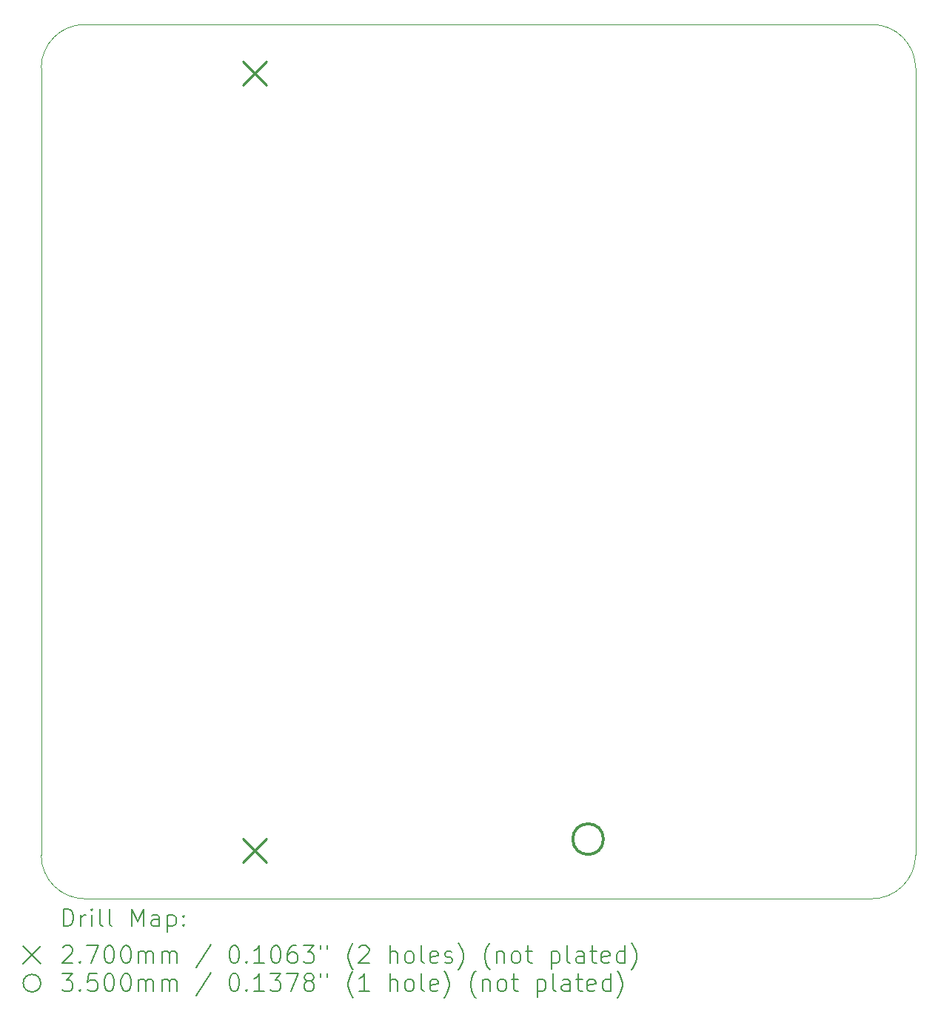
<source format=gbr>
%TF.GenerationSoftware,KiCad,Pcbnew,7.0.7*%
%TF.CreationDate,2023-11-18T21:36:43+01:00*%
%TF.ProjectId,Mod2Arinc,4d6f6432-4172-4696-9e63-2e6b69636164,rev?*%
%TF.SameCoordinates,Original*%
%TF.FileFunction,Drillmap*%
%TF.FilePolarity,Positive*%
%FSLAX45Y45*%
G04 Gerber Fmt 4.5, Leading zero omitted, Abs format (unit mm)*
G04 Created by KiCad (PCBNEW 7.0.7) date 2023-11-18 21:36:43*
%MOMM*%
%LPD*%
G01*
G04 APERTURE LIST*
%ADD10C,0.100000*%
%ADD11C,0.200000*%
%ADD12C,0.270000*%
%ADD13C,0.350000*%
G04 APERTURE END LIST*
D10*
X15000000Y-14500000D02*
G75*
G03*
X15500000Y-15000000I500000J0D01*
G01*
X15500000Y-5000000D02*
G75*
G03*
X15000000Y-5500000I0J-500000D01*
G01*
X15500000Y-5000000D02*
X24500000Y-5000000D01*
X24500000Y-15000000D02*
X15500000Y-15000000D01*
X15000000Y-14500000D02*
X15000000Y-5500000D01*
X24500000Y-15000000D02*
G75*
G03*
X25000000Y-14500000I0J500000D01*
G01*
X25000000Y-5500000D02*
G75*
G03*
X24500000Y-5000000I-500000J0D01*
G01*
X25000000Y-5500000D02*
X25000000Y-14500000D01*
D11*
D12*
X17307000Y-5420000D02*
X17577000Y-5690000D01*
X17577000Y-5420000D02*
X17307000Y-5690000D01*
X17307000Y-14310000D02*
X17577000Y-14580000D01*
X17577000Y-14310000D02*
X17307000Y-14580000D01*
D13*
X21430000Y-14318000D02*
G75*
G03*
X21430000Y-14318000I-175000J0D01*
G01*
D11*
X15255777Y-15316484D02*
X15255777Y-15116484D01*
X15255777Y-15116484D02*
X15303396Y-15116484D01*
X15303396Y-15116484D02*
X15331967Y-15126008D01*
X15331967Y-15126008D02*
X15351015Y-15145055D01*
X15351015Y-15145055D02*
X15360539Y-15164103D01*
X15360539Y-15164103D02*
X15370062Y-15202198D01*
X15370062Y-15202198D02*
X15370062Y-15230769D01*
X15370062Y-15230769D02*
X15360539Y-15268865D01*
X15360539Y-15268865D02*
X15351015Y-15287912D01*
X15351015Y-15287912D02*
X15331967Y-15306960D01*
X15331967Y-15306960D02*
X15303396Y-15316484D01*
X15303396Y-15316484D02*
X15255777Y-15316484D01*
X15455777Y-15316484D02*
X15455777Y-15183150D01*
X15455777Y-15221246D02*
X15465301Y-15202198D01*
X15465301Y-15202198D02*
X15474824Y-15192674D01*
X15474824Y-15192674D02*
X15493872Y-15183150D01*
X15493872Y-15183150D02*
X15512920Y-15183150D01*
X15579586Y-15316484D02*
X15579586Y-15183150D01*
X15579586Y-15116484D02*
X15570062Y-15126008D01*
X15570062Y-15126008D02*
X15579586Y-15135531D01*
X15579586Y-15135531D02*
X15589110Y-15126008D01*
X15589110Y-15126008D02*
X15579586Y-15116484D01*
X15579586Y-15116484D02*
X15579586Y-15135531D01*
X15703396Y-15316484D02*
X15684348Y-15306960D01*
X15684348Y-15306960D02*
X15674824Y-15287912D01*
X15674824Y-15287912D02*
X15674824Y-15116484D01*
X15808158Y-15316484D02*
X15789110Y-15306960D01*
X15789110Y-15306960D02*
X15779586Y-15287912D01*
X15779586Y-15287912D02*
X15779586Y-15116484D01*
X16036729Y-15316484D02*
X16036729Y-15116484D01*
X16036729Y-15116484D02*
X16103396Y-15259341D01*
X16103396Y-15259341D02*
X16170062Y-15116484D01*
X16170062Y-15116484D02*
X16170062Y-15316484D01*
X16351015Y-15316484D02*
X16351015Y-15211722D01*
X16351015Y-15211722D02*
X16341491Y-15192674D01*
X16341491Y-15192674D02*
X16322443Y-15183150D01*
X16322443Y-15183150D02*
X16284348Y-15183150D01*
X16284348Y-15183150D02*
X16265301Y-15192674D01*
X16351015Y-15306960D02*
X16331967Y-15316484D01*
X16331967Y-15316484D02*
X16284348Y-15316484D01*
X16284348Y-15316484D02*
X16265301Y-15306960D01*
X16265301Y-15306960D02*
X16255777Y-15287912D01*
X16255777Y-15287912D02*
X16255777Y-15268865D01*
X16255777Y-15268865D02*
X16265301Y-15249817D01*
X16265301Y-15249817D02*
X16284348Y-15240293D01*
X16284348Y-15240293D02*
X16331967Y-15240293D01*
X16331967Y-15240293D02*
X16351015Y-15230769D01*
X16446253Y-15183150D02*
X16446253Y-15383150D01*
X16446253Y-15192674D02*
X16465301Y-15183150D01*
X16465301Y-15183150D02*
X16503396Y-15183150D01*
X16503396Y-15183150D02*
X16522443Y-15192674D01*
X16522443Y-15192674D02*
X16531967Y-15202198D01*
X16531967Y-15202198D02*
X16541491Y-15221246D01*
X16541491Y-15221246D02*
X16541491Y-15278388D01*
X16541491Y-15278388D02*
X16531967Y-15297436D01*
X16531967Y-15297436D02*
X16522443Y-15306960D01*
X16522443Y-15306960D02*
X16503396Y-15316484D01*
X16503396Y-15316484D02*
X16465301Y-15316484D01*
X16465301Y-15316484D02*
X16446253Y-15306960D01*
X16627205Y-15297436D02*
X16636729Y-15306960D01*
X16636729Y-15306960D02*
X16627205Y-15316484D01*
X16627205Y-15316484D02*
X16617682Y-15306960D01*
X16617682Y-15306960D02*
X16627205Y-15297436D01*
X16627205Y-15297436D02*
X16627205Y-15316484D01*
X16627205Y-15192674D02*
X16636729Y-15202198D01*
X16636729Y-15202198D02*
X16627205Y-15211722D01*
X16627205Y-15211722D02*
X16617682Y-15202198D01*
X16617682Y-15202198D02*
X16627205Y-15192674D01*
X16627205Y-15192674D02*
X16627205Y-15211722D01*
X14795000Y-15545000D02*
X14995000Y-15745000D01*
X14995000Y-15545000D02*
X14795000Y-15745000D01*
X15246253Y-15555531D02*
X15255777Y-15546008D01*
X15255777Y-15546008D02*
X15274824Y-15536484D01*
X15274824Y-15536484D02*
X15322443Y-15536484D01*
X15322443Y-15536484D02*
X15341491Y-15546008D01*
X15341491Y-15546008D02*
X15351015Y-15555531D01*
X15351015Y-15555531D02*
X15360539Y-15574579D01*
X15360539Y-15574579D02*
X15360539Y-15593627D01*
X15360539Y-15593627D02*
X15351015Y-15622198D01*
X15351015Y-15622198D02*
X15236729Y-15736484D01*
X15236729Y-15736484D02*
X15360539Y-15736484D01*
X15446253Y-15717436D02*
X15455777Y-15726960D01*
X15455777Y-15726960D02*
X15446253Y-15736484D01*
X15446253Y-15736484D02*
X15436729Y-15726960D01*
X15436729Y-15726960D02*
X15446253Y-15717436D01*
X15446253Y-15717436D02*
X15446253Y-15736484D01*
X15522443Y-15536484D02*
X15655777Y-15536484D01*
X15655777Y-15536484D02*
X15570062Y-15736484D01*
X15770062Y-15536484D02*
X15789110Y-15536484D01*
X15789110Y-15536484D02*
X15808158Y-15546008D01*
X15808158Y-15546008D02*
X15817682Y-15555531D01*
X15817682Y-15555531D02*
X15827205Y-15574579D01*
X15827205Y-15574579D02*
X15836729Y-15612674D01*
X15836729Y-15612674D02*
X15836729Y-15660293D01*
X15836729Y-15660293D02*
X15827205Y-15698388D01*
X15827205Y-15698388D02*
X15817682Y-15717436D01*
X15817682Y-15717436D02*
X15808158Y-15726960D01*
X15808158Y-15726960D02*
X15789110Y-15736484D01*
X15789110Y-15736484D02*
X15770062Y-15736484D01*
X15770062Y-15736484D02*
X15751015Y-15726960D01*
X15751015Y-15726960D02*
X15741491Y-15717436D01*
X15741491Y-15717436D02*
X15731967Y-15698388D01*
X15731967Y-15698388D02*
X15722443Y-15660293D01*
X15722443Y-15660293D02*
X15722443Y-15612674D01*
X15722443Y-15612674D02*
X15731967Y-15574579D01*
X15731967Y-15574579D02*
X15741491Y-15555531D01*
X15741491Y-15555531D02*
X15751015Y-15546008D01*
X15751015Y-15546008D02*
X15770062Y-15536484D01*
X15960539Y-15536484D02*
X15979586Y-15536484D01*
X15979586Y-15536484D02*
X15998634Y-15546008D01*
X15998634Y-15546008D02*
X16008158Y-15555531D01*
X16008158Y-15555531D02*
X16017682Y-15574579D01*
X16017682Y-15574579D02*
X16027205Y-15612674D01*
X16027205Y-15612674D02*
X16027205Y-15660293D01*
X16027205Y-15660293D02*
X16017682Y-15698388D01*
X16017682Y-15698388D02*
X16008158Y-15717436D01*
X16008158Y-15717436D02*
X15998634Y-15726960D01*
X15998634Y-15726960D02*
X15979586Y-15736484D01*
X15979586Y-15736484D02*
X15960539Y-15736484D01*
X15960539Y-15736484D02*
X15941491Y-15726960D01*
X15941491Y-15726960D02*
X15931967Y-15717436D01*
X15931967Y-15717436D02*
X15922443Y-15698388D01*
X15922443Y-15698388D02*
X15912920Y-15660293D01*
X15912920Y-15660293D02*
X15912920Y-15612674D01*
X15912920Y-15612674D02*
X15922443Y-15574579D01*
X15922443Y-15574579D02*
X15931967Y-15555531D01*
X15931967Y-15555531D02*
X15941491Y-15546008D01*
X15941491Y-15546008D02*
X15960539Y-15536484D01*
X16112920Y-15736484D02*
X16112920Y-15603150D01*
X16112920Y-15622198D02*
X16122443Y-15612674D01*
X16122443Y-15612674D02*
X16141491Y-15603150D01*
X16141491Y-15603150D02*
X16170063Y-15603150D01*
X16170063Y-15603150D02*
X16189110Y-15612674D01*
X16189110Y-15612674D02*
X16198634Y-15631722D01*
X16198634Y-15631722D02*
X16198634Y-15736484D01*
X16198634Y-15631722D02*
X16208158Y-15612674D01*
X16208158Y-15612674D02*
X16227205Y-15603150D01*
X16227205Y-15603150D02*
X16255777Y-15603150D01*
X16255777Y-15603150D02*
X16274824Y-15612674D01*
X16274824Y-15612674D02*
X16284348Y-15631722D01*
X16284348Y-15631722D02*
X16284348Y-15736484D01*
X16379586Y-15736484D02*
X16379586Y-15603150D01*
X16379586Y-15622198D02*
X16389110Y-15612674D01*
X16389110Y-15612674D02*
X16408158Y-15603150D01*
X16408158Y-15603150D02*
X16436729Y-15603150D01*
X16436729Y-15603150D02*
X16455777Y-15612674D01*
X16455777Y-15612674D02*
X16465301Y-15631722D01*
X16465301Y-15631722D02*
X16465301Y-15736484D01*
X16465301Y-15631722D02*
X16474824Y-15612674D01*
X16474824Y-15612674D02*
X16493872Y-15603150D01*
X16493872Y-15603150D02*
X16522443Y-15603150D01*
X16522443Y-15603150D02*
X16541491Y-15612674D01*
X16541491Y-15612674D02*
X16551015Y-15631722D01*
X16551015Y-15631722D02*
X16551015Y-15736484D01*
X16941491Y-15526960D02*
X16770063Y-15784103D01*
X17198634Y-15536484D02*
X17217682Y-15536484D01*
X17217682Y-15536484D02*
X17236729Y-15546008D01*
X17236729Y-15546008D02*
X17246253Y-15555531D01*
X17246253Y-15555531D02*
X17255777Y-15574579D01*
X17255777Y-15574579D02*
X17265301Y-15612674D01*
X17265301Y-15612674D02*
X17265301Y-15660293D01*
X17265301Y-15660293D02*
X17255777Y-15698388D01*
X17255777Y-15698388D02*
X17246253Y-15717436D01*
X17246253Y-15717436D02*
X17236729Y-15726960D01*
X17236729Y-15726960D02*
X17217682Y-15736484D01*
X17217682Y-15736484D02*
X17198634Y-15736484D01*
X17198634Y-15736484D02*
X17179587Y-15726960D01*
X17179587Y-15726960D02*
X17170063Y-15717436D01*
X17170063Y-15717436D02*
X17160539Y-15698388D01*
X17160539Y-15698388D02*
X17151015Y-15660293D01*
X17151015Y-15660293D02*
X17151015Y-15612674D01*
X17151015Y-15612674D02*
X17160539Y-15574579D01*
X17160539Y-15574579D02*
X17170063Y-15555531D01*
X17170063Y-15555531D02*
X17179587Y-15546008D01*
X17179587Y-15546008D02*
X17198634Y-15536484D01*
X17351015Y-15717436D02*
X17360539Y-15726960D01*
X17360539Y-15726960D02*
X17351015Y-15736484D01*
X17351015Y-15736484D02*
X17341491Y-15726960D01*
X17341491Y-15726960D02*
X17351015Y-15717436D01*
X17351015Y-15717436D02*
X17351015Y-15736484D01*
X17551015Y-15736484D02*
X17436729Y-15736484D01*
X17493872Y-15736484D02*
X17493872Y-15536484D01*
X17493872Y-15536484D02*
X17474825Y-15565055D01*
X17474825Y-15565055D02*
X17455777Y-15584103D01*
X17455777Y-15584103D02*
X17436729Y-15593627D01*
X17674825Y-15536484D02*
X17693872Y-15536484D01*
X17693872Y-15536484D02*
X17712920Y-15546008D01*
X17712920Y-15546008D02*
X17722444Y-15555531D01*
X17722444Y-15555531D02*
X17731968Y-15574579D01*
X17731968Y-15574579D02*
X17741491Y-15612674D01*
X17741491Y-15612674D02*
X17741491Y-15660293D01*
X17741491Y-15660293D02*
X17731968Y-15698388D01*
X17731968Y-15698388D02*
X17722444Y-15717436D01*
X17722444Y-15717436D02*
X17712920Y-15726960D01*
X17712920Y-15726960D02*
X17693872Y-15736484D01*
X17693872Y-15736484D02*
X17674825Y-15736484D01*
X17674825Y-15736484D02*
X17655777Y-15726960D01*
X17655777Y-15726960D02*
X17646253Y-15717436D01*
X17646253Y-15717436D02*
X17636729Y-15698388D01*
X17636729Y-15698388D02*
X17627206Y-15660293D01*
X17627206Y-15660293D02*
X17627206Y-15612674D01*
X17627206Y-15612674D02*
X17636729Y-15574579D01*
X17636729Y-15574579D02*
X17646253Y-15555531D01*
X17646253Y-15555531D02*
X17655777Y-15546008D01*
X17655777Y-15546008D02*
X17674825Y-15536484D01*
X17912920Y-15536484D02*
X17874825Y-15536484D01*
X17874825Y-15536484D02*
X17855777Y-15546008D01*
X17855777Y-15546008D02*
X17846253Y-15555531D01*
X17846253Y-15555531D02*
X17827206Y-15584103D01*
X17827206Y-15584103D02*
X17817682Y-15622198D01*
X17817682Y-15622198D02*
X17817682Y-15698388D01*
X17817682Y-15698388D02*
X17827206Y-15717436D01*
X17827206Y-15717436D02*
X17836729Y-15726960D01*
X17836729Y-15726960D02*
X17855777Y-15736484D01*
X17855777Y-15736484D02*
X17893872Y-15736484D01*
X17893872Y-15736484D02*
X17912920Y-15726960D01*
X17912920Y-15726960D02*
X17922444Y-15717436D01*
X17922444Y-15717436D02*
X17931968Y-15698388D01*
X17931968Y-15698388D02*
X17931968Y-15650769D01*
X17931968Y-15650769D02*
X17922444Y-15631722D01*
X17922444Y-15631722D02*
X17912920Y-15622198D01*
X17912920Y-15622198D02*
X17893872Y-15612674D01*
X17893872Y-15612674D02*
X17855777Y-15612674D01*
X17855777Y-15612674D02*
X17836729Y-15622198D01*
X17836729Y-15622198D02*
X17827206Y-15631722D01*
X17827206Y-15631722D02*
X17817682Y-15650769D01*
X17998634Y-15536484D02*
X18122444Y-15536484D01*
X18122444Y-15536484D02*
X18055777Y-15612674D01*
X18055777Y-15612674D02*
X18084349Y-15612674D01*
X18084349Y-15612674D02*
X18103396Y-15622198D01*
X18103396Y-15622198D02*
X18112920Y-15631722D01*
X18112920Y-15631722D02*
X18122444Y-15650769D01*
X18122444Y-15650769D02*
X18122444Y-15698388D01*
X18122444Y-15698388D02*
X18112920Y-15717436D01*
X18112920Y-15717436D02*
X18103396Y-15726960D01*
X18103396Y-15726960D02*
X18084349Y-15736484D01*
X18084349Y-15736484D02*
X18027206Y-15736484D01*
X18027206Y-15736484D02*
X18008158Y-15726960D01*
X18008158Y-15726960D02*
X17998634Y-15717436D01*
X18198634Y-15536484D02*
X18198634Y-15574579D01*
X18274825Y-15536484D02*
X18274825Y-15574579D01*
X18570063Y-15812674D02*
X18560539Y-15803150D01*
X18560539Y-15803150D02*
X18541491Y-15774579D01*
X18541491Y-15774579D02*
X18531968Y-15755531D01*
X18531968Y-15755531D02*
X18522444Y-15726960D01*
X18522444Y-15726960D02*
X18512920Y-15679341D01*
X18512920Y-15679341D02*
X18512920Y-15641246D01*
X18512920Y-15641246D02*
X18522444Y-15593627D01*
X18522444Y-15593627D02*
X18531968Y-15565055D01*
X18531968Y-15565055D02*
X18541491Y-15546008D01*
X18541491Y-15546008D02*
X18560539Y-15517436D01*
X18560539Y-15517436D02*
X18570063Y-15507912D01*
X18636730Y-15555531D02*
X18646253Y-15546008D01*
X18646253Y-15546008D02*
X18665301Y-15536484D01*
X18665301Y-15536484D02*
X18712920Y-15536484D01*
X18712920Y-15536484D02*
X18731968Y-15546008D01*
X18731968Y-15546008D02*
X18741491Y-15555531D01*
X18741491Y-15555531D02*
X18751015Y-15574579D01*
X18751015Y-15574579D02*
X18751015Y-15593627D01*
X18751015Y-15593627D02*
X18741491Y-15622198D01*
X18741491Y-15622198D02*
X18627206Y-15736484D01*
X18627206Y-15736484D02*
X18751015Y-15736484D01*
X18989111Y-15736484D02*
X18989111Y-15536484D01*
X19074825Y-15736484D02*
X19074825Y-15631722D01*
X19074825Y-15631722D02*
X19065301Y-15612674D01*
X19065301Y-15612674D02*
X19046253Y-15603150D01*
X19046253Y-15603150D02*
X19017682Y-15603150D01*
X19017682Y-15603150D02*
X18998634Y-15612674D01*
X18998634Y-15612674D02*
X18989111Y-15622198D01*
X19198634Y-15736484D02*
X19179587Y-15726960D01*
X19179587Y-15726960D02*
X19170063Y-15717436D01*
X19170063Y-15717436D02*
X19160539Y-15698388D01*
X19160539Y-15698388D02*
X19160539Y-15641246D01*
X19160539Y-15641246D02*
X19170063Y-15622198D01*
X19170063Y-15622198D02*
X19179587Y-15612674D01*
X19179587Y-15612674D02*
X19198634Y-15603150D01*
X19198634Y-15603150D02*
X19227206Y-15603150D01*
X19227206Y-15603150D02*
X19246253Y-15612674D01*
X19246253Y-15612674D02*
X19255777Y-15622198D01*
X19255777Y-15622198D02*
X19265301Y-15641246D01*
X19265301Y-15641246D02*
X19265301Y-15698388D01*
X19265301Y-15698388D02*
X19255777Y-15717436D01*
X19255777Y-15717436D02*
X19246253Y-15726960D01*
X19246253Y-15726960D02*
X19227206Y-15736484D01*
X19227206Y-15736484D02*
X19198634Y-15736484D01*
X19379587Y-15736484D02*
X19360539Y-15726960D01*
X19360539Y-15726960D02*
X19351015Y-15707912D01*
X19351015Y-15707912D02*
X19351015Y-15536484D01*
X19531968Y-15726960D02*
X19512920Y-15736484D01*
X19512920Y-15736484D02*
X19474825Y-15736484D01*
X19474825Y-15736484D02*
X19455777Y-15726960D01*
X19455777Y-15726960D02*
X19446253Y-15707912D01*
X19446253Y-15707912D02*
X19446253Y-15631722D01*
X19446253Y-15631722D02*
X19455777Y-15612674D01*
X19455777Y-15612674D02*
X19474825Y-15603150D01*
X19474825Y-15603150D02*
X19512920Y-15603150D01*
X19512920Y-15603150D02*
X19531968Y-15612674D01*
X19531968Y-15612674D02*
X19541492Y-15631722D01*
X19541492Y-15631722D02*
X19541492Y-15650769D01*
X19541492Y-15650769D02*
X19446253Y-15669817D01*
X19617682Y-15726960D02*
X19636730Y-15736484D01*
X19636730Y-15736484D02*
X19674825Y-15736484D01*
X19674825Y-15736484D02*
X19693873Y-15726960D01*
X19693873Y-15726960D02*
X19703396Y-15707912D01*
X19703396Y-15707912D02*
X19703396Y-15698388D01*
X19703396Y-15698388D02*
X19693873Y-15679341D01*
X19693873Y-15679341D02*
X19674825Y-15669817D01*
X19674825Y-15669817D02*
X19646253Y-15669817D01*
X19646253Y-15669817D02*
X19627206Y-15660293D01*
X19627206Y-15660293D02*
X19617682Y-15641246D01*
X19617682Y-15641246D02*
X19617682Y-15631722D01*
X19617682Y-15631722D02*
X19627206Y-15612674D01*
X19627206Y-15612674D02*
X19646253Y-15603150D01*
X19646253Y-15603150D02*
X19674825Y-15603150D01*
X19674825Y-15603150D02*
X19693873Y-15612674D01*
X19770063Y-15812674D02*
X19779587Y-15803150D01*
X19779587Y-15803150D02*
X19798634Y-15774579D01*
X19798634Y-15774579D02*
X19808158Y-15755531D01*
X19808158Y-15755531D02*
X19817682Y-15726960D01*
X19817682Y-15726960D02*
X19827206Y-15679341D01*
X19827206Y-15679341D02*
X19827206Y-15641246D01*
X19827206Y-15641246D02*
X19817682Y-15593627D01*
X19817682Y-15593627D02*
X19808158Y-15565055D01*
X19808158Y-15565055D02*
X19798634Y-15546008D01*
X19798634Y-15546008D02*
X19779587Y-15517436D01*
X19779587Y-15517436D02*
X19770063Y-15507912D01*
X20131968Y-15812674D02*
X20122444Y-15803150D01*
X20122444Y-15803150D02*
X20103396Y-15774579D01*
X20103396Y-15774579D02*
X20093873Y-15755531D01*
X20093873Y-15755531D02*
X20084349Y-15726960D01*
X20084349Y-15726960D02*
X20074825Y-15679341D01*
X20074825Y-15679341D02*
X20074825Y-15641246D01*
X20074825Y-15641246D02*
X20084349Y-15593627D01*
X20084349Y-15593627D02*
X20093873Y-15565055D01*
X20093873Y-15565055D02*
X20103396Y-15546008D01*
X20103396Y-15546008D02*
X20122444Y-15517436D01*
X20122444Y-15517436D02*
X20131968Y-15507912D01*
X20208158Y-15603150D02*
X20208158Y-15736484D01*
X20208158Y-15622198D02*
X20217682Y-15612674D01*
X20217682Y-15612674D02*
X20236730Y-15603150D01*
X20236730Y-15603150D02*
X20265301Y-15603150D01*
X20265301Y-15603150D02*
X20284349Y-15612674D01*
X20284349Y-15612674D02*
X20293873Y-15631722D01*
X20293873Y-15631722D02*
X20293873Y-15736484D01*
X20417682Y-15736484D02*
X20398634Y-15726960D01*
X20398634Y-15726960D02*
X20389111Y-15717436D01*
X20389111Y-15717436D02*
X20379587Y-15698388D01*
X20379587Y-15698388D02*
X20379587Y-15641246D01*
X20379587Y-15641246D02*
X20389111Y-15622198D01*
X20389111Y-15622198D02*
X20398634Y-15612674D01*
X20398634Y-15612674D02*
X20417682Y-15603150D01*
X20417682Y-15603150D02*
X20446254Y-15603150D01*
X20446254Y-15603150D02*
X20465301Y-15612674D01*
X20465301Y-15612674D02*
X20474825Y-15622198D01*
X20474825Y-15622198D02*
X20484349Y-15641246D01*
X20484349Y-15641246D02*
X20484349Y-15698388D01*
X20484349Y-15698388D02*
X20474825Y-15717436D01*
X20474825Y-15717436D02*
X20465301Y-15726960D01*
X20465301Y-15726960D02*
X20446254Y-15736484D01*
X20446254Y-15736484D02*
X20417682Y-15736484D01*
X20541492Y-15603150D02*
X20617682Y-15603150D01*
X20570063Y-15536484D02*
X20570063Y-15707912D01*
X20570063Y-15707912D02*
X20579587Y-15726960D01*
X20579587Y-15726960D02*
X20598634Y-15736484D01*
X20598634Y-15736484D02*
X20617682Y-15736484D01*
X20836730Y-15603150D02*
X20836730Y-15803150D01*
X20836730Y-15612674D02*
X20855777Y-15603150D01*
X20855777Y-15603150D02*
X20893873Y-15603150D01*
X20893873Y-15603150D02*
X20912920Y-15612674D01*
X20912920Y-15612674D02*
X20922444Y-15622198D01*
X20922444Y-15622198D02*
X20931968Y-15641246D01*
X20931968Y-15641246D02*
X20931968Y-15698388D01*
X20931968Y-15698388D02*
X20922444Y-15717436D01*
X20922444Y-15717436D02*
X20912920Y-15726960D01*
X20912920Y-15726960D02*
X20893873Y-15736484D01*
X20893873Y-15736484D02*
X20855777Y-15736484D01*
X20855777Y-15736484D02*
X20836730Y-15726960D01*
X21046254Y-15736484D02*
X21027206Y-15726960D01*
X21027206Y-15726960D02*
X21017682Y-15707912D01*
X21017682Y-15707912D02*
X21017682Y-15536484D01*
X21208158Y-15736484D02*
X21208158Y-15631722D01*
X21208158Y-15631722D02*
X21198635Y-15612674D01*
X21198635Y-15612674D02*
X21179587Y-15603150D01*
X21179587Y-15603150D02*
X21141492Y-15603150D01*
X21141492Y-15603150D02*
X21122444Y-15612674D01*
X21208158Y-15726960D02*
X21189111Y-15736484D01*
X21189111Y-15736484D02*
X21141492Y-15736484D01*
X21141492Y-15736484D02*
X21122444Y-15726960D01*
X21122444Y-15726960D02*
X21112920Y-15707912D01*
X21112920Y-15707912D02*
X21112920Y-15688865D01*
X21112920Y-15688865D02*
X21122444Y-15669817D01*
X21122444Y-15669817D02*
X21141492Y-15660293D01*
X21141492Y-15660293D02*
X21189111Y-15660293D01*
X21189111Y-15660293D02*
X21208158Y-15650769D01*
X21274825Y-15603150D02*
X21351015Y-15603150D01*
X21303396Y-15536484D02*
X21303396Y-15707912D01*
X21303396Y-15707912D02*
X21312920Y-15726960D01*
X21312920Y-15726960D02*
X21331968Y-15736484D01*
X21331968Y-15736484D02*
X21351015Y-15736484D01*
X21493873Y-15726960D02*
X21474825Y-15736484D01*
X21474825Y-15736484D02*
X21436730Y-15736484D01*
X21436730Y-15736484D02*
X21417682Y-15726960D01*
X21417682Y-15726960D02*
X21408158Y-15707912D01*
X21408158Y-15707912D02*
X21408158Y-15631722D01*
X21408158Y-15631722D02*
X21417682Y-15612674D01*
X21417682Y-15612674D02*
X21436730Y-15603150D01*
X21436730Y-15603150D02*
X21474825Y-15603150D01*
X21474825Y-15603150D02*
X21493873Y-15612674D01*
X21493873Y-15612674D02*
X21503396Y-15631722D01*
X21503396Y-15631722D02*
X21503396Y-15650769D01*
X21503396Y-15650769D02*
X21408158Y-15669817D01*
X21674825Y-15736484D02*
X21674825Y-15536484D01*
X21674825Y-15726960D02*
X21655777Y-15736484D01*
X21655777Y-15736484D02*
X21617682Y-15736484D01*
X21617682Y-15736484D02*
X21598635Y-15726960D01*
X21598635Y-15726960D02*
X21589111Y-15717436D01*
X21589111Y-15717436D02*
X21579587Y-15698388D01*
X21579587Y-15698388D02*
X21579587Y-15641246D01*
X21579587Y-15641246D02*
X21589111Y-15622198D01*
X21589111Y-15622198D02*
X21598635Y-15612674D01*
X21598635Y-15612674D02*
X21617682Y-15603150D01*
X21617682Y-15603150D02*
X21655777Y-15603150D01*
X21655777Y-15603150D02*
X21674825Y-15612674D01*
X21751016Y-15812674D02*
X21760539Y-15803150D01*
X21760539Y-15803150D02*
X21779587Y-15774579D01*
X21779587Y-15774579D02*
X21789111Y-15755531D01*
X21789111Y-15755531D02*
X21798635Y-15726960D01*
X21798635Y-15726960D02*
X21808158Y-15679341D01*
X21808158Y-15679341D02*
X21808158Y-15641246D01*
X21808158Y-15641246D02*
X21798635Y-15593627D01*
X21798635Y-15593627D02*
X21789111Y-15565055D01*
X21789111Y-15565055D02*
X21779587Y-15546008D01*
X21779587Y-15546008D02*
X21760539Y-15517436D01*
X21760539Y-15517436D02*
X21751016Y-15507912D01*
X14995000Y-15965000D02*
G75*
G03*
X14995000Y-15965000I-100000J0D01*
G01*
X15236729Y-15856484D02*
X15360539Y-15856484D01*
X15360539Y-15856484D02*
X15293872Y-15932674D01*
X15293872Y-15932674D02*
X15322443Y-15932674D01*
X15322443Y-15932674D02*
X15341491Y-15942198D01*
X15341491Y-15942198D02*
X15351015Y-15951722D01*
X15351015Y-15951722D02*
X15360539Y-15970769D01*
X15360539Y-15970769D02*
X15360539Y-16018388D01*
X15360539Y-16018388D02*
X15351015Y-16037436D01*
X15351015Y-16037436D02*
X15341491Y-16046960D01*
X15341491Y-16046960D02*
X15322443Y-16056484D01*
X15322443Y-16056484D02*
X15265301Y-16056484D01*
X15265301Y-16056484D02*
X15246253Y-16046960D01*
X15246253Y-16046960D02*
X15236729Y-16037436D01*
X15446253Y-16037436D02*
X15455777Y-16046960D01*
X15455777Y-16046960D02*
X15446253Y-16056484D01*
X15446253Y-16056484D02*
X15436729Y-16046960D01*
X15436729Y-16046960D02*
X15446253Y-16037436D01*
X15446253Y-16037436D02*
X15446253Y-16056484D01*
X15636729Y-15856484D02*
X15541491Y-15856484D01*
X15541491Y-15856484D02*
X15531967Y-15951722D01*
X15531967Y-15951722D02*
X15541491Y-15942198D01*
X15541491Y-15942198D02*
X15560539Y-15932674D01*
X15560539Y-15932674D02*
X15608158Y-15932674D01*
X15608158Y-15932674D02*
X15627205Y-15942198D01*
X15627205Y-15942198D02*
X15636729Y-15951722D01*
X15636729Y-15951722D02*
X15646253Y-15970769D01*
X15646253Y-15970769D02*
X15646253Y-16018388D01*
X15646253Y-16018388D02*
X15636729Y-16037436D01*
X15636729Y-16037436D02*
X15627205Y-16046960D01*
X15627205Y-16046960D02*
X15608158Y-16056484D01*
X15608158Y-16056484D02*
X15560539Y-16056484D01*
X15560539Y-16056484D02*
X15541491Y-16046960D01*
X15541491Y-16046960D02*
X15531967Y-16037436D01*
X15770062Y-15856484D02*
X15789110Y-15856484D01*
X15789110Y-15856484D02*
X15808158Y-15866008D01*
X15808158Y-15866008D02*
X15817682Y-15875531D01*
X15817682Y-15875531D02*
X15827205Y-15894579D01*
X15827205Y-15894579D02*
X15836729Y-15932674D01*
X15836729Y-15932674D02*
X15836729Y-15980293D01*
X15836729Y-15980293D02*
X15827205Y-16018388D01*
X15827205Y-16018388D02*
X15817682Y-16037436D01*
X15817682Y-16037436D02*
X15808158Y-16046960D01*
X15808158Y-16046960D02*
X15789110Y-16056484D01*
X15789110Y-16056484D02*
X15770062Y-16056484D01*
X15770062Y-16056484D02*
X15751015Y-16046960D01*
X15751015Y-16046960D02*
X15741491Y-16037436D01*
X15741491Y-16037436D02*
X15731967Y-16018388D01*
X15731967Y-16018388D02*
X15722443Y-15980293D01*
X15722443Y-15980293D02*
X15722443Y-15932674D01*
X15722443Y-15932674D02*
X15731967Y-15894579D01*
X15731967Y-15894579D02*
X15741491Y-15875531D01*
X15741491Y-15875531D02*
X15751015Y-15866008D01*
X15751015Y-15866008D02*
X15770062Y-15856484D01*
X15960539Y-15856484D02*
X15979586Y-15856484D01*
X15979586Y-15856484D02*
X15998634Y-15866008D01*
X15998634Y-15866008D02*
X16008158Y-15875531D01*
X16008158Y-15875531D02*
X16017682Y-15894579D01*
X16017682Y-15894579D02*
X16027205Y-15932674D01*
X16027205Y-15932674D02*
X16027205Y-15980293D01*
X16027205Y-15980293D02*
X16017682Y-16018388D01*
X16017682Y-16018388D02*
X16008158Y-16037436D01*
X16008158Y-16037436D02*
X15998634Y-16046960D01*
X15998634Y-16046960D02*
X15979586Y-16056484D01*
X15979586Y-16056484D02*
X15960539Y-16056484D01*
X15960539Y-16056484D02*
X15941491Y-16046960D01*
X15941491Y-16046960D02*
X15931967Y-16037436D01*
X15931967Y-16037436D02*
X15922443Y-16018388D01*
X15922443Y-16018388D02*
X15912920Y-15980293D01*
X15912920Y-15980293D02*
X15912920Y-15932674D01*
X15912920Y-15932674D02*
X15922443Y-15894579D01*
X15922443Y-15894579D02*
X15931967Y-15875531D01*
X15931967Y-15875531D02*
X15941491Y-15866008D01*
X15941491Y-15866008D02*
X15960539Y-15856484D01*
X16112920Y-16056484D02*
X16112920Y-15923150D01*
X16112920Y-15942198D02*
X16122443Y-15932674D01*
X16122443Y-15932674D02*
X16141491Y-15923150D01*
X16141491Y-15923150D02*
X16170063Y-15923150D01*
X16170063Y-15923150D02*
X16189110Y-15932674D01*
X16189110Y-15932674D02*
X16198634Y-15951722D01*
X16198634Y-15951722D02*
X16198634Y-16056484D01*
X16198634Y-15951722D02*
X16208158Y-15932674D01*
X16208158Y-15932674D02*
X16227205Y-15923150D01*
X16227205Y-15923150D02*
X16255777Y-15923150D01*
X16255777Y-15923150D02*
X16274824Y-15932674D01*
X16274824Y-15932674D02*
X16284348Y-15951722D01*
X16284348Y-15951722D02*
X16284348Y-16056484D01*
X16379586Y-16056484D02*
X16379586Y-15923150D01*
X16379586Y-15942198D02*
X16389110Y-15932674D01*
X16389110Y-15932674D02*
X16408158Y-15923150D01*
X16408158Y-15923150D02*
X16436729Y-15923150D01*
X16436729Y-15923150D02*
X16455777Y-15932674D01*
X16455777Y-15932674D02*
X16465301Y-15951722D01*
X16465301Y-15951722D02*
X16465301Y-16056484D01*
X16465301Y-15951722D02*
X16474824Y-15932674D01*
X16474824Y-15932674D02*
X16493872Y-15923150D01*
X16493872Y-15923150D02*
X16522443Y-15923150D01*
X16522443Y-15923150D02*
X16541491Y-15932674D01*
X16541491Y-15932674D02*
X16551015Y-15951722D01*
X16551015Y-15951722D02*
X16551015Y-16056484D01*
X16941491Y-15846960D02*
X16770063Y-16104103D01*
X17198634Y-15856484D02*
X17217682Y-15856484D01*
X17217682Y-15856484D02*
X17236729Y-15866008D01*
X17236729Y-15866008D02*
X17246253Y-15875531D01*
X17246253Y-15875531D02*
X17255777Y-15894579D01*
X17255777Y-15894579D02*
X17265301Y-15932674D01*
X17265301Y-15932674D02*
X17265301Y-15980293D01*
X17265301Y-15980293D02*
X17255777Y-16018388D01*
X17255777Y-16018388D02*
X17246253Y-16037436D01*
X17246253Y-16037436D02*
X17236729Y-16046960D01*
X17236729Y-16046960D02*
X17217682Y-16056484D01*
X17217682Y-16056484D02*
X17198634Y-16056484D01*
X17198634Y-16056484D02*
X17179587Y-16046960D01*
X17179587Y-16046960D02*
X17170063Y-16037436D01*
X17170063Y-16037436D02*
X17160539Y-16018388D01*
X17160539Y-16018388D02*
X17151015Y-15980293D01*
X17151015Y-15980293D02*
X17151015Y-15932674D01*
X17151015Y-15932674D02*
X17160539Y-15894579D01*
X17160539Y-15894579D02*
X17170063Y-15875531D01*
X17170063Y-15875531D02*
X17179587Y-15866008D01*
X17179587Y-15866008D02*
X17198634Y-15856484D01*
X17351015Y-16037436D02*
X17360539Y-16046960D01*
X17360539Y-16046960D02*
X17351015Y-16056484D01*
X17351015Y-16056484D02*
X17341491Y-16046960D01*
X17341491Y-16046960D02*
X17351015Y-16037436D01*
X17351015Y-16037436D02*
X17351015Y-16056484D01*
X17551015Y-16056484D02*
X17436729Y-16056484D01*
X17493872Y-16056484D02*
X17493872Y-15856484D01*
X17493872Y-15856484D02*
X17474825Y-15885055D01*
X17474825Y-15885055D02*
X17455777Y-15904103D01*
X17455777Y-15904103D02*
X17436729Y-15913627D01*
X17617682Y-15856484D02*
X17741491Y-15856484D01*
X17741491Y-15856484D02*
X17674825Y-15932674D01*
X17674825Y-15932674D02*
X17703396Y-15932674D01*
X17703396Y-15932674D02*
X17722444Y-15942198D01*
X17722444Y-15942198D02*
X17731968Y-15951722D01*
X17731968Y-15951722D02*
X17741491Y-15970769D01*
X17741491Y-15970769D02*
X17741491Y-16018388D01*
X17741491Y-16018388D02*
X17731968Y-16037436D01*
X17731968Y-16037436D02*
X17722444Y-16046960D01*
X17722444Y-16046960D02*
X17703396Y-16056484D01*
X17703396Y-16056484D02*
X17646253Y-16056484D01*
X17646253Y-16056484D02*
X17627206Y-16046960D01*
X17627206Y-16046960D02*
X17617682Y-16037436D01*
X17808158Y-15856484D02*
X17941491Y-15856484D01*
X17941491Y-15856484D02*
X17855777Y-16056484D01*
X18046253Y-15942198D02*
X18027206Y-15932674D01*
X18027206Y-15932674D02*
X18017682Y-15923150D01*
X18017682Y-15923150D02*
X18008158Y-15904103D01*
X18008158Y-15904103D02*
X18008158Y-15894579D01*
X18008158Y-15894579D02*
X18017682Y-15875531D01*
X18017682Y-15875531D02*
X18027206Y-15866008D01*
X18027206Y-15866008D02*
X18046253Y-15856484D01*
X18046253Y-15856484D02*
X18084349Y-15856484D01*
X18084349Y-15856484D02*
X18103396Y-15866008D01*
X18103396Y-15866008D02*
X18112920Y-15875531D01*
X18112920Y-15875531D02*
X18122444Y-15894579D01*
X18122444Y-15894579D02*
X18122444Y-15904103D01*
X18122444Y-15904103D02*
X18112920Y-15923150D01*
X18112920Y-15923150D02*
X18103396Y-15932674D01*
X18103396Y-15932674D02*
X18084349Y-15942198D01*
X18084349Y-15942198D02*
X18046253Y-15942198D01*
X18046253Y-15942198D02*
X18027206Y-15951722D01*
X18027206Y-15951722D02*
X18017682Y-15961246D01*
X18017682Y-15961246D02*
X18008158Y-15980293D01*
X18008158Y-15980293D02*
X18008158Y-16018388D01*
X18008158Y-16018388D02*
X18017682Y-16037436D01*
X18017682Y-16037436D02*
X18027206Y-16046960D01*
X18027206Y-16046960D02*
X18046253Y-16056484D01*
X18046253Y-16056484D02*
X18084349Y-16056484D01*
X18084349Y-16056484D02*
X18103396Y-16046960D01*
X18103396Y-16046960D02*
X18112920Y-16037436D01*
X18112920Y-16037436D02*
X18122444Y-16018388D01*
X18122444Y-16018388D02*
X18122444Y-15980293D01*
X18122444Y-15980293D02*
X18112920Y-15961246D01*
X18112920Y-15961246D02*
X18103396Y-15951722D01*
X18103396Y-15951722D02*
X18084349Y-15942198D01*
X18198634Y-15856484D02*
X18198634Y-15894579D01*
X18274825Y-15856484D02*
X18274825Y-15894579D01*
X18570063Y-16132674D02*
X18560539Y-16123150D01*
X18560539Y-16123150D02*
X18541491Y-16094579D01*
X18541491Y-16094579D02*
X18531968Y-16075531D01*
X18531968Y-16075531D02*
X18522444Y-16046960D01*
X18522444Y-16046960D02*
X18512920Y-15999341D01*
X18512920Y-15999341D02*
X18512920Y-15961246D01*
X18512920Y-15961246D02*
X18522444Y-15913627D01*
X18522444Y-15913627D02*
X18531968Y-15885055D01*
X18531968Y-15885055D02*
X18541491Y-15866008D01*
X18541491Y-15866008D02*
X18560539Y-15837436D01*
X18560539Y-15837436D02*
X18570063Y-15827912D01*
X18751015Y-16056484D02*
X18636730Y-16056484D01*
X18693872Y-16056484D02*
X18693872Y-15856484D01*
X18693872Y-15856484D02*
X18674825Y-15885055D01*
X18674825Y-15885055D02*
X18655777Y-15904103D01*
X18655777Y-15904103D02*
X18636730Y-15913627D01*
X18989111Y-16056484D02*
X18989111Y-15856484D01*
X19074825Y-16056484D02*
X19074825Y-15951722D01*
X19074825Y-15951722D02*
X19065301Y-15932674D01*
X19065301Y-15932674D02*
X19046253Y-15923150D01*
X19046253Y-15923150D02*
X19017682Y-15923150D01*
X19017682Y-15923150D02*
X18998634Y-15932674D01*
X18998634Y-15932674D02*
X18989111Y-15942198D01*
X19198634Y-16056484D02*
X19179587Y-16046960D01*
X19179587Y-16046960D02*
X19170063Y-16037436D01*
X19170063Y-16037436D02*
X19160539Y-16018388D01*
X19160539Y-16018388D02*
X19160539Y-15961246D01*
X19160539Y-15961246D02*
X19170063Y-15942198D01*
X19170063Y-15942198D02*
X19179587Y-15932674D01*
X19179587Y-15932674D02*
X19198634Y-15923150D01*
X19198634Y-15923150D02*
X19227206Y-15923150D01*
X19227206Y-15923150D02*
X19246253Y-15932674D01*
X19246253Y-15932674D02*
X19255777Y-15942198D01*
X19255777Y-15942198D02*
X19265301Y-15961246D01*
X19265301Y-15961246D02*
X19265301Y-16018388D01*
X19265301Y-16018388D02*
X19255777Y-16037436D01*
X19255777Y-16037436D02*
X19246253Y-16046960D01*
X19246253Y-16046960D02*
X19227206Y-16056484D01*
X19227206Y-16056484D02*
X19198634Y-16056484D01*
X19379587Y-16056484D02*
X19360539Y-16046960D01*
X19360539Y-16046960D02*
X19351015Y-16027912D01*
X19351015Y-16027912D02*
X19351015Y-15856484D01*
X19531968Y-16046960D02*
X19512920Y-16056484D01*
X19512920Y-16056484D02*
X19474825Y-16056484D01*
X19474825Y-16056484D02*
X19455777Y-16046960D01*
X19455777Y-16046960D02*
X19446253Y-16027912D01*
X19446253Y-16027912D02*
X19446253Y-15951722D01*
X19446253Y-15951722D02*
X19455777Y-15932674D01*
X19455777Y-15932674D02*
X19474825Y-15923150D01*
X19474825Y-15923150D02*
X19512920Y-15923150D01*
X19512920Y-15923150D02*
X19531968Y-15932674D01*
X19531968Y-15932674D02*
X19541492Y-15951722D01*
X19541492Y-15951722D02*
X19541492Y-15970769D01*
X19541492Y-15970769D02*
X19446253Y-15989817D01*
X19608158Y-16132674D02*
X19617682Y-16123150D01*
X19617682Y-16123150D02*
X19636730Y-16094579D01*
X19636730Y-16094579D02*
X19646253Y-16075531D01*
X19646253Y-16075531D02*
X19655777Y-16046960D01*
X19655777Y-16046960D02*
X19665301Y-15999341D01*
X19665301Y-15999341D02*
X19665301Y-15961246D01*
X19665301Y-15961246D02*
X19655777Y-15913627D01*
X19655777Y-15913627D02*
X19646253Y-15885055D01*
X19646253Y-15885055D02*
X19636730Y-15866008D01*
X19636730Y-15866008D02*
X19617682Y-15837436D01*
X19617682Y-15837436D02*
X19608158Y-15827912D01*
X19970063Y-16132674D02*
X19960539Y-16123150D01*
X19960539Y-16123150D02*
X19941492Y-16094579D01*
X19941492Y-16094579D02*
X19931968Y-16075531D01*
X19931968Y-16075531D02*
X19922444Y-16046960D01*
X19922444Y-16046960D02*
X19912920Y-15999341D01*
X19912920Y-15999341D02*
X19912920Y-15961246D01*
X19912920Y-15961246D02*
X19922444Y-15913627D01*
X19922444Y-15913627D02*
X19931968Y-15885055D01*
X19931968Y-15885055D02*
X19941492Y-15866008D01*
X19941492Y-15866008D02*
X19960539Y-15837436D01*
X19960539Y-15837436D02*
X19970063Y-15827912D01*
X20046253Y-15923150D02*
X20046253Y-16056484D01*
X20046253Y-15942198D02*
X20055777Y-15932674D01*
X20055777Y-15932674D02*
X20074825Y-15923150D01*
X20074825Y-15923150D02*
X20103396Y-15923150D01*
X20103396Y-15923150D02*
X20122444Y-15932674D01*
X20122444Y-15932674D02*
X20131968Y-15951722D01*
X20131968Y-15951722D02*
X20131968Y-16056484D01*
X20255777Y-16056484D02*
X20236730Y-16046960D01*
X20236730Y-16046960D02*
X20227206Y-16037436D01*
X20227206Y-16037436D02*
X20217682Y-16018388D01*
X20217682Y-16018388D02*
X20217682Y-15961246D01*
X20217682Y-15961246D02*
X20227206Y-15942198D01*
X20227206Y-15942198D02*
X20236730Y-15932674D01*
X20236730Y-15932674D02*
X20255777Y-15923150D01*
X20255777Y-15923150D02*
X20284349Y-15923150D01*
X20284349Y-15923150D02*
X20303396Y-15932674D01*
X20303396Y-15932674D02*
X20312920Y-15942198D01*
X20312920Y-15942198D02*
X20322444Y-15961246D01*
X20322444Y-15961246D02*
X20322444Y-16018388D01*
X20322444Y-16018388D02*
X20312920Y-16037436D01*
X20312920Y-16037436D02*
X20303396Y-16046960D01*
X20303396Y-16046960D02*
X20284349Y-16056484D01*
X20284349Y-16056484D02*
X20255777Y-16056484D01*
X20379587Y-15923150D02*
X20455777Y-15923150D01*
X20408158Y-15856484D02*
X20408158Y-16027912D01*
X20408158Y-16027912D02*
X20417682Y-16046960D01*
X20417682Y-16046960D02*
X20436730Y-16056484D01*
X20436730Y-16056484D02*
X20455777Y-16056484D01*
X20674825Y-15923150D02*
X20674825Y-16123150D01*
X20674825Y-15932674D02*
X20693873Y-15923150D01*
X20693873Y-15923150D02*
X20731968Y-15923150D01*
X20731968Y-15923150D02*
X20751015Y-15932674D01*
X20751015Y-15932674D02*
X20760539Y-15942198D01*
X20760539Y-15942198D02*
X20770063Y-15961246D01*
X20770063Y-15961246D02*
X20770063Y-16018388D01*
X20770063Y-16018388D02*
X20760539Y-16037436D01*
X20760539Y-16037436D02*
X20751015Y-16046960D01*
X20751015Y-16046960D02*
X20731968Y-16056484D01*
X20731968Y-16056484D02*
X20693873Y-16056484D01*
X20693873Y-16056484D02*
X20674825Y-16046960D01*
X20884349Y-16056484D02*
X20865301Y-16046960D01*
X20865301Y-16046960D02*
X20855777Y-16027912D01*
X20855777Y-16027912D02*
X20855777Y-15856484D01*
X21046254Y-16056484D02*
X21046254Y-15951722D01*
X21046254Y-15951722D02*
X21036730Y-15932674D01*
X21036730Y-15932674D02*
X21017682Y-15923150D01*
X21017682Y-15923150D02*
X20979587Y-15923150D01*
X20979587Y-15923150D02*
X20960539Y-15932674D01*
X21046254Y-16046960D02*
X21027206Y-16056484D01*
X21027206Y-16056484D02*
X20979587Y-16056484D01*
X20979587Y-16056484D02*
X20960539Y-16046960D01*
X20960539Y-16046960D02*
X20951015Y-16027912D01*
X20951015Y-16027912D02*
X20951015Y-16008865D01*
X20951015Y-16008865D02*
X20960539Y-15989817D01*
X20960539Y-15989817D02*
X20979587Y-15980293D01*
X20979587Y-15980293D02*
X21027206Y-15980293D01*
X21027206Y-15980293D02*
X21046254Y-15970769D01*
X21112920Y-15923150D02*
X21189111Y-15923150D01*
X21141492Y-15856484D02*
X21141492Y-16027912D01*
X21141492Y-16027912D02*
X21151015Y-16046960D01*
X21151015Y-16046960D02*
X21170063Y-16056484D01*
X21170063Y-16056484D02*
X21189111Y-16056484D01*
X21331968Y-16046960D02*
X21312920Y-16056484D01*
X21312920Y-16056484D02*
X21274825Y-16056484D01*
X21274825Y-16056484D02*
X21255777Y-16046960D01*
X21255777Y-16046960D02*
X21246254Y-16027912D01*
X21246254Y-16027912D02*
X21246254Y-15951722D01*
X21246254Y-15951722D02*
X21255777Y-15932674D01*
X21255777Y-15932674D02*
X21274825Y-15923150D01*
X21274825Y-15923150D02*
X21312920Y-15923150D01*
X21312920Y-15923150D02*
X21331968Y-15932674D01*
X21331968Y-15932674D02*
X21341492Y-15951722D01*
X21341492Y-15951722D02*
X21341492Y-15970769D01*
X21341492Y-15970769D02*
X21246254Y-15989817D01*
X21512920Y-16056484D02*
X21512920Y-15856484D01*
X21512920Y-16046960D02*
X21493873Y-16056484D01*
X21493873Y-16056484D02*
X21455777Y-16056484D01*
X21455777Y-16056484D02*
X21436730Y-16046960D01*
X21436730Y-16046960D02*
X21427206Y-16037436D01*
X21427206Y-16037436D02*
X21417682Y-16018388D01*
X21417682Y-16018388D02*
X21417682Y-15961246D01*
X21417682Y-15961246D02*
X21427206Y-15942198D01*
X21427206Y-15942198D02*
X21436730Y-15932674D01*
X21436730Y-15932674D02*
X21455777Y-15923150D01*
X21455777Y-15923150D02*
X21493873Y-15923150D01*
X21493873Y-15923150D02*
X21512920Y-15932674D01*
X21589111Y-16132674D02*
X21598635Y-16123150D01*
X21598635Y-16123150D02*
X21617682Y-16094579D01*
X21617682Y-16094579D02*
X21627206Y-16075531D01*
X21627206Y-16075531D02*
X21636730Y-16046960D01*
X21636730Y-16046960D02*
X21646254Y-15999341D01*
X21646254Y-15999341D02*
X21646254Y-15961246D01*
X21646254Y-15961246D02*
X21636730Y-15913627D01*
X21636730Y-15913627D02*
X21627206Y-15885055D01*
X21627206Y-15885055D02*
X21617682Y-15866008D01*
X21617682Y-15866008D02*
X21598635Y-15837436D01*
X21598635Y-15837436D02*
X21589111Y-15827912D01*
M02*

</source>
